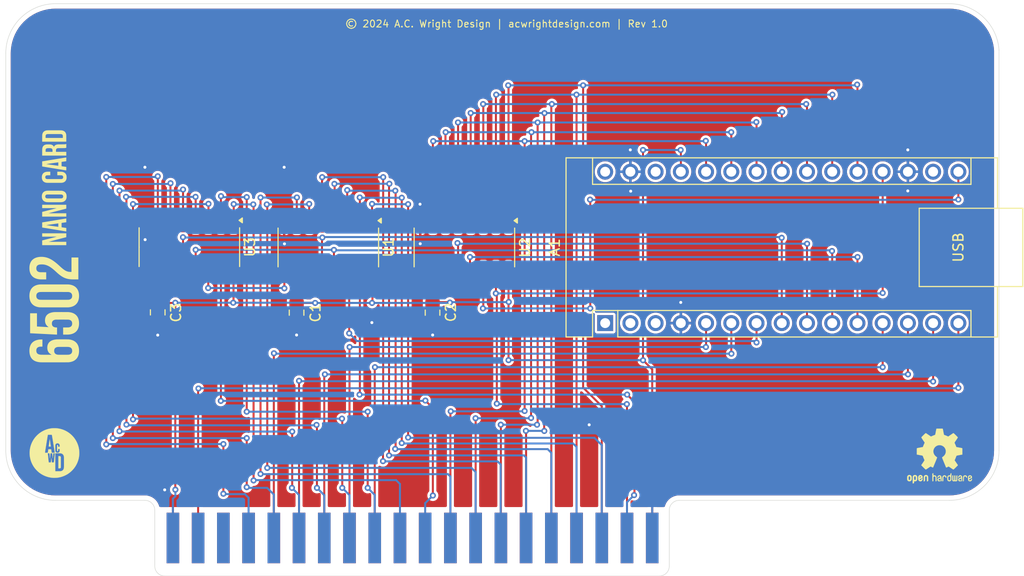
<source format=kicad_pcb>
(kicad_pcb (version 20241229) (generator "pcbnew") (generator_version "9.0")
  (title_block (title "6502 Nano Card") (date "2025-09-29") (rev "1.0") (company "A.C. Wright Design"))
  (layers (0 "F.Cu" signal) (2 "B.Cu" signal) (13 "F.Paste" user) (15 "B.Paste" user) (5 "F.SilkS" user "F.Silkscreen") (7 "B.SilkS" user "B.Silkscreen") (1 "F.Mask" user) (3 "B.Mask" user) (25 "Edge.Cuts" user))
  (net 0 "")
  (net 1 "VCC")
  (net 2 "GND")
  (net 3 "RWB")
  (net 4 "PHI2")
  (net 6 "D5")
  (net 8 "A10")
  (net 9 "A15")
  (net 11 "DOEB")
  (net 12 "ADATA")
  (net 15 "ACLK")
  (net 16 "DCLK")
  (net 17 "A12")
  (net 18 "D7")
  (net 19 "A0")
  (net 20 "RESB")
  (net 21 "D1")
  (net 22 "A14")
  (net 24 "A4")
  (net 26 "D6")
  (net 27 "D4")
  (net 28 "A11")
  (net 30 "A3")
  (net 31 "D0")
  (net 32 "D2")
  (net 33 "A13")
  (net 34 "DDATA")
  (net 35 "D3")
  (net 37 "A1")
  (net 38 "A2")
  (net 39 "BE")
  (net 40 "RDY")
  (net 41 "AOEB")
  (net 43 "SYNC")
  (net 46 "A5")
  (net 47 "A9")
  (net 48 "A7")
  (net 49 "A8")
  (net 50 "A6")
  (net 51 "Net-(U1-QH')")
  (footprint "Package_SO:SOIC-16_3.9x9.9mm_P1.27mm" (layer "F.Cu") (at 109.065 94.885 -90)
    (property "Reference" "U3")
    (property "Value" "74HC595" (hide yes))
  )
  (footprint "Capacitor_SMD:C_0805_2012Metric" (layer "F.Cu") (at 133.55 101.48 -90)
    (property "Reference" "C2")
    (property "Value" "100nF" (hide yes))
  )
  (footprint "Package_SO:SOIC-16_3.9x9.9mm_P1.27mm" (layer "F.Cu") (at 123.055 94.915 -90)
    (property "Reference" "U1")
    (property "Value" "74HC595" (hide yes))
  )
  (footprint "6502 Parts:Arduino Nano" (layer "F.Cu") (at 150.93 102.53 90)
    (property "Reference" "A1")
    (property "Value" "Arduino Nano")
  )
  (footprint "Symbol:OSHW-Logo2_7.3x6mm_SilkScreen" (layer "F.Cu") (at 184.6 115.91)
    (property "Reference" "REF**" (hide yes))
    (property "Value" "OSHW-Logo2_7.3x6mm_SilkScreen" (hide yes))
  )
  (footprint "6502 Logos:6502 Nano Card Logo 5mm" (layer "F.Cu") (at 95.460217 86.494661 90)
    (property "Reference" "G***" (hide yes))
    (property "Value" "LOGO" (hide yes))
  )
  (footprint "Capacitor_SMD:C_0805_2012Metric" (layer "F.Cu") (at 119.86 101.48 -90)
    (property "Reference" "C1")
    (property "Value" "100nF" (hide yes))
  )
  (footprint "6502 Parts:6502 Card Edge" (layer "F.Cu") (at 107.408 126.704)
    (property "Reference" "J1" (hide yes))
    (property "Value" "6502 Card Edge" (hide yes))
  )
  (footprint "Package_SO:SOIC-16_3.9x9.9mm_P1.27mm" (layer "F.Cu") (at 136.755 94.915 -90)
    (property "Reference" "U2")
    (property "Value" "74HC595" (hide yes))
  )
  (footprint "Capacitor_SMD:C_0805_2012Metric" (layer "F.Cu") (at 105.88 101.45 -90)
    (property "Reference" "C3")
    (property "Value" "100nF" (hide yes))
  )
  (footprint "A.C. Wright Logo:A.C. Wright Logo 5mm" (layer "F.Cu") (at 95.4841 115.61)
    (property "Reference" "G***" (hide yes))
    (property "Value" "LOGO" (hide yes))
  )
  (gr_line (start 106.5841 127.9946) (end 156.3841 127.9946) (stroke (width 0.05)) (layer "Edge.Cuts"))
  (gr_arc (start 104.5841 120.3746) (mid 105.291207 120.667493) (end 105.5841 121.3746) (stroke (width 0.05)) (layer "Edge.Cuts"))
  (gr_arc (start 185.5845 70.3746) (mid 189.1061 71.820768) (end 190.5841 75.049169) (stroke (width 0.05)) (layer "Edge.Cuts"))
  (gr_arc (start 157.3841 121.3746) (mid 157.676993 120.667493) (end 158.3841 120.3746) (stroke (width 0.05)) (layer "Edge.Cuts"))
  (gr_arc (start 95.5841 120.3746) (mid 92.048566 118.910134) (end 90.5841 115.3746) (stroke (width 0.05)) (layer "Edge.Cuts"))
  (gr_line (start 95.5841 120.3746) (end 104.5841 120.3746) (stroke (width 0.05)) (layer "Edge.Cuts"))
  (gr_arc (start 190.5841 115.3746) (mid 189.119634 118.910134) (end 185.5841 120.3746) (stroke (width 0.05)) (layer "Edge.Cuts"))
  (gr_line (start 157.3841 126.9946) (end 157.3841 121.3746) (stroke (width 0.05)) (layer "Edge.Cuts"))
  (gr_line (start 90.5841 75.3746) (end 90.5841 115.3746) (stroke (width 0.05)) (layer "Edge.Cuts"))
  (gr_line (start 190.5841 115.3746) (end 190.5841 75.049169) (stroke (width 0.05)) (layer "Edge.Cuts"))
  (gr_line (start 105.5841 121.3746) (end 105.5841 126.9946) (stroke (width 0.05)) (layer "Edge.Cuts"))
  (gr_arc (start 106.5841 127.9946) (mid 105.876993 127.701707) (end 105.5841 126.9946) (stroke (width 0.05)) (layer "Edge.Cuts"))
  (gr_arc (start 90.5841 75.3746) (mid 92.048566 71.839066) (end 95.5841 70.3746) (stroke (width 0.05)) (layer "Edge.Cuts"))
  (gr_line (start 185.5845 70.3746) (end 95.5841 70.3746) (stroke (width 0.05)) (layer "Edge.Cuts"))
  (gr_line (start 158.3841 120.3746) (end 185.5841 120.3746) (stroke (width 0.05)) (layer "Edge.Cuts"))
  (gr_arc (start 157.3841 126.9946) (mid 157.091207 127.701707) (end 156.3841 127.9946) (stroke (width 0.05)) (layer "Edge.Cuts"))
  (gr_text "© 2024 A.C. Wright Design | acwrightdesign.com | Rev 1.0" (at 141 72.4 0) (layer "F.SilkS") (effects (font (size 0.7 0.7) (thickness 0.1))))
  (segment (start 135.295 100.465) (end 135.25 100.42) (width 0.2) (layer "F.Cu") (net 1))
  (segment (start 141.2 100.38) (end 141.2 97.39) (width 0.2) (layer "F.Cu") (net 1))
  (segment (start 105.88 100.5) (end 107.63 100.5) (width 0.2) (layer "F.Cu") (net 1))
  (segment (start 155.668 107.188) (end 155.668 124.164) (width 0.2) (layer "F.Cu") (net 1))
  (segment (start 107.657889 119.3) (end 107.657889 119.087889) (width 0.2) (layer "F.Cu") (net 1))
  (segment (start 141.2 100.42) (end 141.22 100.4) (width 0.2) (layer "F.Cu") (net 1))
  (segment (start 113.51 100.45) (end 113.48 100.48) (width 0.2) (layer "F.Cu") (net 1))
  (segment (start 154.74 106.27) (end 154.75 106.27) (width 0.2) (layer "F.Cu") (net 1))
  (segment (start 154.74 106.27) (end 154.74 85.1) (width 0.2) (layer "F.Cu") (net 1))
  (segment (start 105.88 97.37) (end 105.89 97.36) (width 0.2) (layer "F.Cu") (net 1))
  (segment (start 133.55 100.53) (end 133.55 97.42) (width 0.2) (layer "F.Cu") (net 1))
  (segment (start 127.5 100.46) (end 127.46 100.5) (width 0.2) (layer "F.Cu") (net 1))
  (segment (start 141.2 106.26) (end 141.2 100.42) (width 0.2) (layer "F.Cu") (net 1))
  (segment (start 154.75 106.27) (end 155.668 107.188) (width 0.2) (layer "F.Cu") (net 1))
  (segment (start 133.55 97.42) (end 133.58 97.39) (width 0.2) (layer "F.Cu") (net 1))
  (segment (start 107.65 119.08) (end 107.65 100.48) (width 0.2) (layer "F.Cu") (net 1))
  (segment (start 133.66 100.42) (end 133.55 100.53) (width 0.2) (layer "F.Cu") (net 1))
  (segment (start 107.657889 119.087889) (end 107.65 119.08) (width 0.2) (layer "F.Cu") (net 1))
  (segment (start 119.86 97.41) (end 119.88 97.39) (width 0.2) (layer "F.Cu") (net 1))
  (segment (start 107.63 100.5) (end 107.65 100.48) (width 0.2) (layer "F.Cu") (net 1))
  (segment (start 127.5 97.39) (end 127.5 100.46) (width 0.2) (layer "F.Cu") (net 1))
  (segment (start 158.55 85.12) (end 158.55 87.29) (width 0.2) (layer "F.Cu") (net 1))
  (segment (start 113.51 97.36) (end 113.51 100.45) (width 0.2) (layer "F.Cu") (net 1))
  (segment (start 135.25 100.42) (end 133.66 100.42) (width 0.2) (layer "F.Cu") (net 1))
  (segment (start 105.88 100.5) (end 105.88 97.37) (width 0.2) (layer "F.Cu") (net 1))
  (segment (start 158.53 85.1) (end 158.55 85.12) (width 0.2) (layer "F.Cu") (net 1))
  (segment (start 141.22 100.4) (end 141.2 100.38) (width 0.2) (layer "F.Cu") (net 1))
  (segment (start 121.73 100.5) (end 119.89 100.5) (width 0.2) (layer "F.Cu") (net 1))
  (segment (start 119.89 100.5) (end 119.86 100.53) (width 0.2) (layer "F.Cu") (net 1))
  (segment (start 119.86 100.53) (end 119.86 97.41) (width 0.2) (layer "F.Cu") (net 1))
  (segment (start 121.73 100.5) (end 121.81 100.42) (width 0.2) (layer "F.Cu") (net 1))
  (via (at 135.295 100.465) (size 0.6) (drill 0.3) (layers "F.Cu" "B.Cu") (net 1))
  (via (at 107.657889 119.3) (size 0.6) (drill 0.3) (layers "F.Cu" "B.Cu") (net 1))
  (via (at 113.48 100.48) (size 0.6) (drill 0.3) (layers "F.Cu" "B.Cu") (net 1))
  (via (at 107.65 100.48) (size 0.6) (drill 0.3) (layers "F.Cu" "B.Cu") (net 1))
  (via (at 121.73 100.5) (size 0.6) (drill 0.3) (layers "F.Cu" "B.Cu") (net 1))
  (via (at 141.22 100.4) (size 0.6) (drill 0.3) (layers "F.Cu" "B.Cu") (net 1))
  (via (at 141.2 106.26) (size 0.6) (drill 0.3) (layers "F.Cu" "B.Cu") (net 1))
  (via (at 158.53 85.1) (size 0.6) (drill 0.3) (layers "F.Cu" "B.Cu") (net 1))
  (via (at 154.74 106.27) (size 0.6) (drill 0.3) (layers "F.Cu" "B.Cu") (net 1))
  (via (at 154.74 85.1) (size 0.6) (drill 0.3) (layers "F.Cu" "B.Cu") (net 1))
  (via (at 127.46 100.5) (size 0.6) (drill 0.3) (layers "F.Cu" "B.Cu") (net 1))
  (segment (start 135.295 100.465) (end 135.34 100.42) (width 0.2) (layer "B.Cu") (net 1))
  (segment (start 154.27 106.27) (end 154.74 106.27) (width 0.2) (layer "B.Cu") (net 1))
  (segment (start 154.74 85.1) (end 157.92 85.1) (width 0.2) (layer "B.Cu") (net 1))
  (segment (start 135.34 100.42) (end 141.2 100.42) (width 0.2) (layer "B.Cu") (net 1))
  (segment (start 135.295 100.465) (end 135.26 100.5) (width 0.2) (layer "B.Cu") (net 1))
  (segment (start 135.26 100.5) (end 127.46 100.5) (width 0.2) (layer "B.Cu") (net 1))
  (segment (start 127.46 100.5) (end 121.73 100.5) (width 0.2) (layer "B.Cu") (net 1))
  (segment (start 107.657889 119.960111) (end 107.408 120.21) (width 0.2) (layer "B.Cu") (net 1))
  (segment (start 141.2 106.26) (end 154.26 106.26) (width 0.2) (layer "B.Cu") (net 1))
  (segment (start 121.73 100.5) (end 121.71 100.48) (width 0.2) (layer "B.Cu") (net 1))
  (segment (start 154.26 106.26) (end 154.27 106.27) (width 0.2) (layer "B.Cu") (net 1))
  (segment (start 121.71 100.48) (end 113.48 100.48) (width 0.2) (layer "B.Cu") (net 1))
  (segment (start 107.657889 119.3) (end 107.657889 119.960111) (width 0.2) (layer "B.Cu") (net 1))
  (segment (start 141.2 100.42) (end 141.22 100.4) (width 0.2) (layer "B.Cu") (net 1))
  (segment (start 113.48 100.48) (end 107.65 100.48) (width 0.2) (layer "B.Cu") (net 1))
  (segment (start 107.408 120.21) (end 107.408 124.164) (width 0.2) (layer "B.Cu") (net 1))
  (segment (start 157.92 85.1) (end 158.53 85.1) (width 0.2) (layer "B.Cu") (net 1))
  (segment (start 107.408 124.164) (end 107.408 120.148) (width 0.2) (layer "F.Cu") (net 2))
  (segment (start 107.408 120.148) (end 106.58 119.32) (width 0.2) (layer "F.Cu") (net 2))
  (via (at 149.32 112.77) (size 0.6) (drill 0.3) (layers "F.Cu" "B.Cu") (net 2))
  (via (at 181.4 85.09) (size 0.6) (drill 0.3) (layers "F.Cu" "B.Cu") (net 2))
  (via (at 153.5 89.25) (size 0.6) (drill 0.3) (layers "F.Cu" "B.Cu") (net 2))
  (via (at 132.31 94.54) (size 0.6) (drill 0.3) (layers "F.Cu" "B.Cu") (net 2))
  (via (at 118.61 86.84) (size 0.6) (drill 0.3) (layers "F.Cu" "B.Cu") (net 2))
  (via (at 132.29 90.56) (size 0.6) (drill 0.3) (layers "F.Cu" "B.Cu") (net 2))
  (via (at 104.61 94.13) (size 0.6) (drill 0.3) (layers "F.Cu" "B.Cu") (net 2))
  (via (at 127.44 102.48) (size 0.6) (drill 0.3) (layers "F.Cu" "B.Cu") (net 2))
  (via (at 106.58 119.32) (size 0.6) (drill 0.3) (layers "F.Cu" "B.Cu") (net 2))
  (via (at 104.59 86.84) (size 0.6) (drill 0.3) (layers "F.Cu" "B.Cu") (net 2))
  (via (at 119.86 103.73) (size 0.6) (drill 0.3) (layers "F.Cu" "B.Cu") (net 2))
  (via (at 105.88 103.74) (size 0.6) (drill 0.3) (layers "F.Cu" "B.Cu") (net 2))
  (via (at 118.64 94.55) (size 0.6) (drill 0.3) (layers "F.Cu" "B.Cu") (net 2))
  (via (at 153.46 85.09) (size 0.6) (drill 0.3) (layers "F.Cu" "B.Cu") (net 2))
  (via (at 158.54 100.45) (size 0.6) (drill 0.3) (layers "F.Cu" "B.Cu") (net 2))
  (via (at 181.4 89.22) (size 0.6) (drill 0.3) (layers "F.Cu" "B.Cu") (net 2))
  (via (at 133.56 103.73) (size 0.6) (drill 0.3) (layers "F.Cu" "B.Cu") (net 2))
  (segment (start 155.668 124.164) (end 155.668 119.792) (width 0.2) (layer "B.Cu") (net 2))
  (segment (start 155.668 119.792) (end 155.68 119.78) (width 0.2) (layer "B.Cu") (net 2))
  (segment (start 181.41 102.53) (end 181.41 107.68) (width 0.2) (layer "F.Cu") (net 3))
  (segment (start 181.41 107.68) (end 181.42 107.69) (width 0.2) (layer "F.Cu") (net 3))
  (segment (start 122.648 107.752) (end 122.648 124.164) (width 0.2) (layer "F.Cu") (net 3))
  (segment (start 122.71 107.69) (end 122.648 107.752) (width 0.2) (layer "F.Cu") (net 3))
  (via (at 122.71 107.69) (size 0.6) (drill 0.3) (layers "F.Cu" "B.Cu") (net 3))
  (via (at 181.42 107.69) (size 0.6) (drill 0.3) (layers "F.Cu" "B.Cu") (net 3))
  (segment (start 181.42 107.69) (end 122.71 107.69) (width 0.2) (layer "B.Cu") (net 3))
  (segment (start 127.75 107.19) (end 127.728 107.212) (width 0.2) (layer "F.Cu") (net 4))
  (segment (start 178.87 102.53) (end 178.87 106.97) (width 0.2) (layer "F.Cu") (net 4))
  (segment (start 127.728 107.212) (end 127.728 124.164) (width 0.2) (layer "F.Cu") (net 4))
  (segment (start 127.75 106.97) (end 127.75 107.19) (width 0.2) (layer "F.Cu") (net 4))
  (via (at 178.87 106.97) (size 0.6) (drill 0.3) (layers "F.Cu" "B.Cu") (net 4))
  (via (at 127.75 106.97) (size 0.6) (drill 0.3) (layers "F.Cu" "B.Cu") (net 4))
  (segment (start 178.87 106.97) (end 127.75 106.97) (width 0.2) (layer "B.Cu") (net 4))
  (segment (start 140.428 112.768) (end 140.42 112.76) (width 0.2) (layer "F.Cu") (net 6))
  (segment (start 140.428 124.164) (end 140.428 112.768) (width 0.2) (layer "F.Cu") (net 6))
  (segment (start 166.17 82.31) (end 166.17 87.29) (width 0.2) (layer "F.Cu") (net 6))
  (segment (start 144.07 112.76) (end 144.13 112.7) (width 0.2) (layer "F.Cu") (net 6))
  (segment (start 166.15 82.29) (end 166.17 82.31) (width 0.2) (layer "F.Cu") (net 6))
  (segment (start 144.13 112.7) (end 144.13 82.33) (width 0.2) (layer "F.Cu") (net 6))
  (segment (start 136.12 92.44) (end 136.12 82.34) (width 0.2) (layer "F.Cu") (net 6))
  (segment (start 136.12 82.34) (end 136.11 82.33) (width 0.2) (layer "F.Cu") (net 6))
  (via (at 140.42 112.76) (size 0.6) (drill 0.3) (layers "F.Cu" "B.Cu") (net 6))
  (via (at 144.13 82.33) (size 0.6) (drill 0.3) (layers "F.Cu" "B.Cu") (net 6))
  (via (at 144.07 112.76) (size 0.6) (drill 0.3) (layers "F.Cu" "B.Cu") (net 6))
  (via (at 136.11 82.33) (size 0.6) (drill 0.3) (layers "F.Cu" "B.Cu") (net 6))
  (via (at 166.15 82.29) (size 0.6) (drill 0.3) (layers "F.Cu" "B.Cu") (net 6))
  (segment (start 140.42 112.76) (end 144.07 112.76) (width 0.2) (layer "B.Cu") (net 6))
  (segment (start 166.11 82.33) (end 166.15 82.29) (width 0.2) (layer "B.Cu") (net 6))
  (segment (start 144.13 82.33) (end 166.11 82.33) (width 0.2) (layer "B.Cu") (net 6))
  (segment (start 136.11 82.33) (end 144.13 82.33) (width 0.2) (layer "B.Cu") (net 6))
  (segment (start 112.25 89.75) (end 112.24 89.76) (width 0.2) (layer "F.Cu") (net 8))
  (segment (start 127.02 119.12) (end 127.02 111.45) (width 0.2) (layer "F.Cu") (net 8))
  (segment (start 112.24 89.76) (end 112.24 92.41) (width 0.2) (layer "F.Cu") (net 8))
  (segment (start 114.84 111.45) (end 114.84 89.85) (width 0.2) (layer "F.Cu") (net 8))
  (via (at 127.02 111.45) (size 0.6) (drill 0.3) (layers "F.Cu" "B.Cu") (net 8))
  (via (at 127.02 119.12) (size 0.6) (drill 0.3) (layers "F.Cu" "B.Cu") (net 8))
  (via (at 112.25 89.75) (size 0.6) (drill 0.3) (layers "F.Cu" "B.Cu") (net 8))
  (via (at 114.84 111.45) (size 0.6) (drill 0.3) (layers "F.Cu" "B.Cu") (net 8))
  (via (at 114.84 89.85) (size 0.6) (drill 0.3) (layers "F.Cu" "B.Cu") (net 8))
  (segment (start 114.84 89.85) (end 112.35 89.85) (width 0.2) (layer "B.Cu") (net 8))
  (segment (start 127.02 111.45) (end 114.84 111.45) (width 0.2) (layer "B.Cu") (net 8))
  (segment (start 112.35 89.85) (end 112.25 89.75) (width 0.2) (layer "B.Cu") (net 8))
  (segment (start 127.728 119.828) (end 127.02 119.12) (width 0.2) (layer "B.Cu") (net 8))
  (segment (start 127.728 124.164) (end 127.728 119.828) (width 0.2) (layer "B.Cu") (net 8))
  (segment (start 105.88 87.75) (end 105.89 87.76) (width 0.2) (layer "F.Cu") (net 9))
  (segment (start 112.49 119.71) (end 112.49 114.71) (width 0.2) (layer "F.Cu") (net 9))
  (segment (start 105.89 87.76) (end 105.89 92.41) (width 0.2) (layer "F.Cu") (net 9))
  (segment (start 100.7 114.74) (end 100.7 87.82) (width 0.2) (layer "F.Cu") (net 9))
  (via (at 112.49 119.71) (size 0.6) (drill 0.3) (layers "F.Cu" "B.Cu") (net 9))
  (via (at 112.49 114.71) (size 0.6) (drill 0.3) (layers "F.Cu" "B.Cu") (net 9))
  (via (at 105.88 87.75) (size 0.6) (drill 0.3) (layers "F.Cu" "B.Cu") (net 9))
  (via (at 100.7 114.74) (size 0.6) (drill 0.3) (layers "F.Cu" "B.Cu") (net 9))
  (via (at 100.7 87.82) (size 0.6) (drill 0.3) (layers "F.Cu" "B.Cu") (net 9))
  (segment (start 105.81 87.82) (end 105.88 87.75) (width 0.2) (layer "B.Cu") (net 9))
  (segment (start 115.028 120.118) (end 114.66 119.75) (width 0.2) (layer "B.Cu") (net 9))
  (segment (start 114.66 119.75) (end 112.53 119.75) (width 0.2) (layer "B.Cu") (net 9))
  (segment (start 112.53 119.75) (end 112.49 119.71) (width 0.2) (layer "B.Cu") (net 9))
  (segment (start 112.49 114.71) (end 100.73 114.71) (width 0.2) (layer "B.Cu") (net 9))
  (segment (start 115.028 124.164) (end 115.028 120.118) (width 0.2) (layer "B.Cu") (net 9))
  (segment (start 100.7 87.82) (end 105.81 87.82) (width 0.2) (layer "B.Cu") (net 9))
  (segment (start 100.73 114.71) (end 100.7 114.74) (width 0.2) (layer "B.Cu") (net 9))
  (segment (start 137.32 95.88) (end 137.32 97.32) (width 0.2) (layer "F.Cu") (net 11))
  (segment (start 176.33 95.89) (end 176.34 95.88) (width 0.2) (layer "F.Cu") (net 11))
  (segment (start 176.33 102.53) (end 176.33 95.89) (width 0.2) (layer "F.Cu") (net 11))
  (segment (start 137.32 97.32) (end 137.39 97.39) (width 0.2) (layer "F.Cu") (net 11))
  (via (at 176.34 95.88) (size 0.6) (drill 0.3) (layers "F.Cu" "B.Cu") (net 11))
  (via (at 137.32 95.88) (size 0.6) (drill 0.3) (layers "F.Cu" "B.Cu") (net 11))
  (segment (start 176.34 95.88) (end 137.32 95.88) (width 0.2) (layer "B.Cu") (net 11))
  (segment (start 166.17 102.53) (end 166.17 104.48) (width 0.2) (layer "F.Cu") (net 12))
  (segment (start 125.16 99.42) (end 124.96 99.22) (width 0.2) (layer "F.Cu") (net 12))
  (segment (start 124.96 99.22) (end 124.96 97.39) (width 0.2) (layer "F.Cu") (net 12))
  (segment (start 125.16 103.56) (end 125.16 99.42) (width 0.2) (layer "F.Cu") (net 12))
  (via (at 166.17 104.48) (size 0.6) (drill 0.3) (layers "F.Cu" "B.Cu") (net 12))
  (via (at 125.16 103.56) (size 0.6) (drill 0.3) (layers "F.Cu" "B.Cu") (net 12))
  (segment (start 166.17 104.48) (end 166.029 104.339) (width 0.2) (layer "B.Cu") (net 12))
  (segment (start 166.029 104.339) (end 125.939 104.339) (width 0.2) (layer "B.Cu") (net 12))
  (segment (start 125.939 104.339) (end 125.16 103.56) (width 0.2) (layer "B.Cu") (net 12))
  (segment (start 108.43 97.36) (end 107.16 97.36) (width 0.2) (layer "F.Cu") (net 15))
  (segment (start 122.455193 93.915) (end 122.42 93.950193) (width 0.2) (layer "F.Cu") (net 15))
  (segment (start 168.71 93.95) (end 168.7 93.94) (width 0.2) (layer "F.Cu") (net 15))
  (segment (start 108.42 93.885) (end 108.43 93.895) (width 0.2) (layer "F.Cu") (net 15))
  (segment (start 168.71 102.53) (end 168.71 93.95) (width 0.2) (layer "F.Cu") (net 15))
  (segment (start 122.42 93.950193) (end 122.42 97.39) (width 0.2) (layer "F.Cu") (net 15))
  (segment (start 108.43 93.895) (end 108.43 97.36) (width 0.2) (layer "F.Cu") (net 15))
  (segment (start 122.42 97.39) (end 121.15 97.39) (width 0.2) (layer "F.Cu") (net 15))
  (via (at 168.7 93.94) (size 0.6) (drill 0.3) (layers "F.Cu" "B.Cu") (net 15))
  (via (at 108.42 93.885) (size 0.6) (drill 0.3) (layers "F.Cu" "B.Cu") (net 15))
  (via (at 122.455193 93.915) (size 0.6) (drill 0.3) (layers "F.Cu" "B.Cu") (net 15))
  (segment (start 168.629 93.869) (end 122.501193 93.869) (width 0.2) (layer "B.Cu") (net 15))
  (segment (start 122.455193 93.915) (end 108.45 93.915) (width 0.2) (layer "B.Cu") (net 15))
  (segment (start 122.501193 93.869) (end 122.455193 93.915) (width 0.2) (layer "B.Cu") (net 15))
  (segment (start 168.7 93.94) (end 168.629 93.869) (width 0.2) (layer "B.Cu") (net 15))
  (segment (start 108.45 93.915) (end 108.42 93.885) (width 0.2) (layer "B.Cu") (net 15))
  (segment (start 171.25 102.53) (end 171.25 94.55) (width 0.2) (layer "F.Cu") (net 16))
  (segment (start 136.12 97.39) (end 134.85 97.39) (width 0.2) (layer "F.Cu") (net 16))
  (segment (start 136.06 94.47) (end 136.12 94.53) (width 0.2) (layer "F.Cu") (net 16))
  (segment (start 171.25 94.55) (end 171.26 94.54) (width 0.2) (layer "F.Cu") (net 16))
  (segment (start 136.12 94.53) (end 136.12 97.39) (width 0.2) (layer "F.Cu") (net 16))
  (via (at 171.26 94.54) (size 0.6) (drill 0.3) (layers "F.Cu" "B.Cu") (net 16))
  (via (at 136.06 94.47) (size 0.6) (drill 0.3) (layers "F.Cu" "B.Cu") (net 16))
  (segment (start 171.26 94.54) (end 136.13 94.54) (width 0.2) (layer "B.Cu") (net 16))
  (segment (start 136.13 94.54) (end 136.06 94.47) (width 0.2) (layer "B.Cu") (net 16))
  (segment (start 102.73 112.75) (end 102.73 89.86) (width 0.2) (layer "F.Cu") (net 17))
  (segment (start 121.91 112.82) (end 121.87 112.78) (width 0.2) (layer "F.Cu") (net 17))
  (segment (start 109.7 89.83) (end 109.7 92.41) (width 0.2) (layer "F.Cu") (net 17))
  (segment (start 121.91 119.12) (end 121.91 112.82) (width 0.2) (layer "F.Cu") (net 17))
  (segment (start 109.69 89.82) (end 109.7 89.83) (width 0.2) (layer "F.Cu") (net 17))
  (segment (start 102.73 89.86) (end 102.69 89.82) (width 0.2) (layer "F.Cu") (net 17))
  (via (at 121.87 112.78) (size 0.6) (drill 0.3) (layers "F.Cu" "B.Cu") (net 17))
  (via (at 109.69 89.82) (size 0.6) (drill 0.3) (layers "F.Cu" "B.Cu") (net 17))
  (via (at 102.73 112.75) (size 0.6) (drill 0.3) (layers "F.Cu" "B.Cu") (net 17))
  (via (at 121.91 119.12) (size 0.6) (drill 0.3) (layers "F.Cu" "B.Cu") (net 17))
  (via (at 102.69 89.82) (size 0.6) (drill 0.3) (layers "F.Cu" "B.Cu") (net 17))
  (segment (start 121.87 112.78) (end 121.829 112.821) (width 0.2) (layer "B.Cu") (net 17))
  (segment (start 109.8 89.82) (end 109.69 89.82) (width 0.2) (layer "B.Cu") (net 17))
  (segment (start 122.648 119.858) (end 121.91 119.12) (width 0.2) (layer "B.Cu") (net 17))
  (segment (start 102.69 89.82) (end 109.8 89.82) (width 0.2) (layer "B.Cu") (net 17))
  (segment (start 121.829 112.821) (end 102.801 112.821) (width 0.2) (layer "B.Cu") (net 17))
  (segment (start 122.648 124.164) (end 122.648 119.858) (width 0.2) (layer "B.Cu") (net 17))
  (segment (start 102.801 112.821) (end 102.73 112.75) (width 0.2) (layer "B.Cu") (net 17))
  (segment (start 135.348 124.164) (end 135.348 111.442) (width 0.2) (layer "F.Cu") (net 18))
  (segment (start 161.09 84.21) (end 161.09 87.29) (width 0.2) (layer "F.Cu") (net 18))
  (segment (start 133.58 92.44) (end 133.58 84.25) (width 0.2) (layer "F.Cu") (net 18))
  (segment (start 135.348 111.442) (end 135.38 111.41) (width 0.2) (layer "F.Cu") (net 18))
  (segment (start 133.58 84.25) (end 133.62 84.21) (width 0.2) (layer "F.Cu") (net 18))
  (segment (start 142.82 111.38) (end 142.82 84.21) (width 0.2) (layer "F.Cu") (net 18))
  (segment (start 161.06 84.18) (end 161.09 84.21) (width 0.2) (layer "F.Cu") (net 18))
  (via (at 133.62 84.21) (size 0.6) (drill 0.3) (layers "F.Cu" "B.Cu") (net 18))
  (via (at 142.82 84.21) (size 0.6) (drill 0.3) (layers "F.Cu" "B.Cu") (net 18))
  (via (at 142.82 111.38) (size 0.6) (drill 0.3) (layers "F.Cu" "B.Cu") (net 18))
  (via (at 161.06 84.18) (size 0.6) (drill 0.3) (layers "F.Cu" "B.Cu") (net 18))
  (via (at 135.38 111.41) (size 0.6) (drill 0.3) (layers "F.Cu" "B.Cu") (net 18))
  (segment (start 135.38 111.41) (end 142.79 111.41) (width 0.2) (layer "B.Cu") (net 18))
  (segment (start 133.62 84.21) (end 142.82 84.21) (width 0.2) (layer "B.Cu") (net 18))
  (segment (start 142.79 111.41) (end 142.82 111.38) (width 0.2) (layer "B.Cu") (net 18))
  (segment (start 161.03 84.21) (end 161.06 84.18) (width 0.2) (layer "B.Cu") (net 18))
  (segment (start 142.82 84.21) (end 161.03 84.21) (width 0.2) (layer "B.Cu") (net 18))
  (segment (start 126.23 109.7) (end 126.2 109.73) (width 0.2) (layer "F.Cu") (net 19))
  (segment (start 153.88 119.81) (end 153.84 119.85) (width 0.2) (layer "F.Cu") (net 19))
  (segment (start 126.23 97.39) (end 126.23 109.7) (width 0.2) (layer "F.Cu") (net 19))
  (segment (start 153.88 110.47) (end 153.88 119.81) (width 0.2) (layer "F.Cu") (net 19))
  (segment (start 153.14 109.73) (end 153.88 110.47) (width 0.2) (layer "F.Cu") (net 19))
  (via (at 153.14 109.73) (size 0.6) (drill 0.3) (layers "F.Cu" "B.Cu") (net 19))
  (via (at 126.2 109.73) (size 0.6) (drill 0.3) (layers "F.Cu" "B.Cu") (net 19))
  (via (at 153.84 119.85) (size 0.6) (drill 0.3) (layers "F.Cu" "B.Cu") (net 19))
  (segment (start 153.128 120.562) (end 153.128 124.164) (width 0.2) (layer "B.Cu") (net 19))
  (segment (start 126.2 109.73) (end 153.14 109.73) (width 0.2) (layer "B.Cu") (net 19))
  (segment (start 153.84 119.85) (end 153.128 120.562) (width 0.2) (layer "B.Cu") (net 19))
  (segment (start 109.98 109.11) (end 109.948 109.142) (width 0.2) (layer "F.Cu") (net 20))
  (segment (start 109.948 109.142) (end 109.948 124.164) (width 0.2) (layer "F.Cu") (net 20))
  (segment (start 186.49 109.05) (end 186.49 102.53) (width 0.2) (layer "F.Cu") (net 20))
  (via (at 186.49 109.05) (size 0.6) (drill 0.3) (layers "F.Cu" "B.Cu") (net 20))
  (via (at 109.98 109.11) (size 0.6) (drill 0.3) (layers "F.Cu" "B.Cu") (net 20))
  (segment (start 186.49 109.05) (end 186.48 109.05) (width 0.2) (layer "B.Cu") (net 20))
  (segment (start 186.44 109.09) (end 110 109.09) (width 0.2) (layer "B.Cu") (net 20))
  (segment (start 186.48 109.05) (end 186.44 109.09) (width 0.2) (layer "B.Cu") (net 20))
  (segment (start 110 109.09) (end 109.98 109.11) (width 0.2) (layer "B.Cu") (net 20))
  (segment (start 141.2 92.44) (end 141.2 78.62) (width 0.2) (layer "F.Cu") (net 21))
  (segment (start 150.588 110.898) (end 148.71 109.02) (width 0.2) (layer "F.Cu") (net 21))
  (segment (start 141.2 78.62) (end 141.17 78.59) (width 0.2) (layer "F.Cu") (net 21))
  (segment (start 176.33 78.55) (end 176.33 87.29) (width 0.2) (layer "F.Cu") (net 21))
  (segment (start 150.588 124.164) (end 150.588 110.898) (width 0.2) (layer "F.Cu") (net 21))
  (segment (start 176.3 78.52) (end 176.33 78.55) (width 0.2) (layer "F.Cu") (net 21))
  (segment (start 148.71 109.02) (end 148.71 78.59) (width 0.2) (layer "F.Cu") (net 21))
  (via (at 141.17 78.59) (size 0.6) (drill 0.3) (layers "F.Cu" "B.Cu") (net 21))
  (via (at 148.71 78.59) (size 0.6) (drill 0.3) (layers "F.Cu" "B.Cu") (net 21))
  (via (at 176.3 78.52) (size 0.6) (drill 0.3) (layers "F.Cu" "B.Cu") (net 21))
  (segment (start 176.23 78.59) (end 176.3 78.52) (width 0.2) (layer "B.Cu") (net 21))
  (segment (start 148.71 78.59) (end 176.23 78.59) (width 0.2) (layer "B.Cu") (net 21))
  (segment (start 141.17 78.59) (end 148.71 78.59) (width 0.2) (layer "B.Cu") (net 21))
  (segment (start 101.36 114.11) (end 101.36 88.52) (width 0.2) (layer "F.Cu") (net 22))
  (segment (start 114.84 119.05) (end 114.84 114.11) (width 0.2) (layer "F.Cu") (net 22))
  (segment (start 107.16 88.46) (end 107.16 92.41) (width 0.2) (layer "F.Cu") (net 22))
  (segment (start 107.17 88.45) (end 107.16 88.46) (width 0.2) (layer "F.Cu") (net 22))
  (via (at 114.84 119.05) (size 0.6) (drill 0.3) (layers "F.Cu" "B.Cu") (net 22))
  (via (at 101.36 88.52) (size 0.6) (drill 0.3) (layers "F.Cu" "B.Cu") (net 22))
  (via (at 114.84 114.11) (size 0.6) (drill 0.3) (layers "F.Cu" "B.Cu") (net 22))
  (via (at 107.17 88.45) (size 0.6) (drill 0.3) (layers "F.Cu" "B.Cu") (net 22))
  (via (at 101.36 114.11) (size 0.6) (drill 0.3) (layers "F.Cu" "B.Cu") (net 22))
  (segment (start 117.568 124.164) (end 117.568 119.788) (width 0.2) (layer "B.Cu") (net 22))
  (segment (start 116.9 119.12) (end 114.91 119.12) (width 0.2) (layer "B.Cu") (net 22))
  (segment (start 101.36 88.52) (end 107.1 88.52) (width 0.2) (layer "B.Cu") (net 22))
  (segment (start 117.568 119.788) (end 116.9 119.12) (width 0.2) (layer "B.Cu") (net 22))
  (segment (start 114.91 119.12) (end 114.84 119.05) (width 0.2) (layer "B.Cu") (net 22))
  (segment (start 107.1 88.52) (end 107.17 88.45) (width 0.2) (layer "B.Cu") (net 22))
  (segment (start 114.84 114.11) (end 101.36 114.11) (width 0.2) (layer "B.Cu") (net 22))
  (segment (start 129.17 115.85) (end 129.17 88.53) (width 0.2) (layer "F.Cu") (net 24))
  (segment (start 123.67 88.51) (end 123.69 88.53) (width 0.2) (layer "F.Cu") (net 24))
  (segment (start 123.69 88.53) (end 123.69 92.44) (width 0.2) (layer "F.Cu") (net 24))
  (segment (start 129.17 88.53) (end 129.2 88.5) (width 0.2) (layer "F.Cu") (net 24))
  (via (at 123.67 88.51) (size 0.6) (drill 0.3) (layers "F.Cu" "B.Cu") (net 24))
  (via (at 129.17 115.85) (size 0.6) (drill 0.3) (layers "F.Cu" "B.Cu") (net 24))
  (via (at 129.2 88.5) (size 0.6) (drill 0.3) (layers "F.Cu" "B.Cu") (net 24))
  (segment (start 129.2 88.5) (end 123.68 88.5) (width 0.2) (layer "B.Cu") (net 24))
  (segment (start 123.68 88.5) (end 123.67 88.51) (width 0.2) (layer "B.Cu") (net 24))
  (segment (start 142.968 116.058) (end 142.76 115.85) (width 0.2) (layer "B.Cu") (net 24))
  (segment (start 142.968 124.164) (end 142.968 116.058) (width 0.2) (layer "B.Cu") (net 24))
  (segment (start 142.76 115.85) (end 129.17 115.85) (width 0.2) (layer "B.Cu") (net 24))
  (segment (start 163.62 83.31) (end 163.62 83.61) (width 0.2) (layer "F.Cu") (net 26))
  (segment (start 163.63 83.62) (end 163.63 87.29) (width 0.2) (layer "F.Cu") (net 26))
  (segment (start 134.85 92.44) (end 134.85 83.33) (width 0.2) (layer "F.Cu") (net 26))
  (segment (start 143.47 112.08) (end 143.47 83.35) (width 0.2) (layer "F.Cu") (net 26))
  (segment (start 134.85 83.33) (end 134.87 83.31) (width 0.2) (layer "F.Cu") (net 26))
  (segment (start 163.62 83.61) (end 163.63 83.62) (width 0.2) (layer "F.Cu") (net 26))
  (segment (start 143.47 83.35) (end 143.51 83.31) (width 0.2) (layer "F.Cu") (net 26))
  (segment (start 137.888 112.118) (end 137.88 112.11) (width 0.2) (layer "F.Cu") (net 26))
  (segment (start 137.888 124.164) (end 137.888 112.118) (width 0.2) (layer "F.Cu") (net 26))
  (via (at 143.47 112.08) (size 0.6) (drill 0.3) (layers "F.Cu" "B.Cu") (net 26))
  (via (at 143.51 83.31) (size 0.6) (drill 0.3) (layers "F.Cu" "B.Cu") (net 26))
  (via (at 137.88 112.11) (size 0.6) (drill 0.3) (layers "F.Cu" "B.Cu") (net 26))
  (via (at 134.87 83.31) (size 0.6) (drill 0.3) (layers "F.Cu" "B.Cu") (net 26))
  (via (at 163.62 83.31) (size 0.6) (drill 0.3) (layers "F.Cu" "B.Cu") (net 26))
  (segment (start 143.51 83.31) (end 163.62 83.31) (width 0.2) (layer "B.Cu") (net 26))
  (segment (start 134.87 83.31) (end 143.51 83.31) (width 0.2) (layer "B.Cu") (net 26))
  (segment (start 137.88 112.11) (end 143.44 112.11) (width 0.2) (layer "B.Cu") (net 26))
  (segment (start 143.44 112.11) (end 143.47 112.08) (width 0.2) (layer "B.Cu") (net 26))
  (segment (start 168.75 81.27) (end 168.71 81.31) (width 0.2) (layer "F.Cu") (net 27))
  (segment (start 144.79 81.42) (end 144.82 81.39) (width 0.2) (layer "F.Cu") (net 27))
  (segment (start 144.8 113.39) (end 144.8 113.26) (width 0.2) (layer "F.Cu") (net 27))
  (segment (start 144.8 113.26) (end 144.79 113.25) (width 0.2) (layer "F.Cu") (net 27))
  (segment (start 168.71 81.31) (end 168.71 87.29) (width 0.2) (layer "F.Cu") (net 27))
  (segment (start 137.39 92.44) (end 137.39 81.38) (width 0.2) (layer "F.Cu") (net 27))
  (segment (start 142.968 124.164) (end 142.968 113.398) (width 0.2) (layer "F.Cu") (net 27))
  (segment (start 142.968 113.398) (end 142.95 113.38) (width 0.2) (layer "F.Cu") (net 27))
  (segment (start 144.79 113.25) (end 144.79 81.42) (width 0.2) (layer "F.Cu") (net 27))
  (via (at 168.75 81.27) (size 0.6) (drill 0.3) (layers "F.Cu" "B.Cu") (net 27))
  (via (at 144.82 81.39) (size 0.6) (drill 0.3) (layers "F.Cu" "B.Cu") (net 27))
  (via (at 144.8 113.39) (size 0.6) (drill 0.3) (layers "F.Cu" "B.Cu") (net 27))
  (via (at 137.39 81.38) (size 0.6) (drill 0.3) (layers "F.Cu" "B.Cu") (net 27))
  (via (at 142.95 113.38) (size 0.6) (drill 0.3) (layers "F.Cu" "B.Cu") (net 27))
  (segment (start 144.8 113.39) (end 144.67 113.39) (width 0.2) (layer "B.Cu") (net 27))
  (segment (start 144.82 81.39) (end 144.83 81.38) (width 0.2) (layer "B.Cu") (net 27))
  (segment (start 144.67 113.39) (end 144.66 113.38) (width 0.2) (layer "B.Cu") (net 27))
  (segment (start 144.81 81.38) (end 137.39 81.38) (width 0.2) (layer "B.Cu") (net 27))
  (segment (start 144.82 81.39) (end 144.81 81.38) (width 0.2) (layer "B.Cu") (net 27))
  (segment (start 144.83 81.38) (end 168.64 81.38) (width 0.2) (layer "B.Cu") (net 27))
  (segment (start 144.66 113.38) (end 142.95 113.38) (width 0.2) (layer "B.Cu") (net 27))
  (segment (start 168.64 81.38) (end 168.75 81.27) (width 0.2) (layer "B.Cu") (net 27))
  (segment (start 103.39 112.22) (end 103.39 90.55) (width 0.2) (layer "F.Cu") (net 28))
  (segment (start 110.99 92.39) (end 110.97 92.41) (width 0.2) (layer "F.Cu") (net 28))
  (segment (start 110.99 90.52) (end 110.99 92.39) (width 0.2) (layer "F.Cu") (net 28))
  (segment (start 124.46 112.18) (end 124.43 112.15) (width 0.2) (layer "F.Cu") (net 28))
  (segment (start 124.46 119.12) (end 124.46 112.18) (width 0.2) (layer "F.Cu") (net 28))
  (via (at 103.39 90.55) (size 0.6) (drill 0.3) (layers "F.Cu" "B.Cu") (net 28))
  (via (at 110.99 90.52) (size 0.6) (drill 0.3) (layers "F.Cu" "B.Cu") (net 28))
  (via (at 124.46 119.12) (size 0.6) (drill 0.3) (layers "F.Cu" "B.Cu") (net 28))
  (via (at 103.39 112.22) (size 0.6) (drill 0.3) (layers "F.Cu" "B.Cu") (net 28))
  (via (at 124.43 112.15) (size 0.6) (drill 0.3) (layers "F.Cu" "B.Cu") (net 28))
  (segment (start 103.39 90.55) (end 110.96 90.55) (width 0.2) (layer "B.Cu") (net 28))
  (segment (start 125.188 119.848) (end 124.46 119.12) (width 0.2) (layer "B.Cu") (net 28))
  (segment (start 110.96 90.55) (end 110.99 90.52) (width 0.2) (layer "B.Cu") (net 28))
  (segment (start 124.43 112.15) (end 103.46 112.15) (width 0.2) (layer "B.Cu") (net 28))
  (segment (start 103.46 112.15) (end 103.39 112.22) (width 0.2) (layer "B.Cu") (net 28))
  (segment (start 125.188 124.164) (end 125.188 119.848) (width 0.2) (layer "B.Cu") (net 28))
  (segment (start 129.79 115.2) (end 129.83 115.16) (width 0.2) (layer "F.Cu") (net 30))
  (segment (start 129.83 89.23) (end 129.8 89.2) (width 0.2) (layer "F.Cu") (net 30))
  (segment (start 129.83 115.16) (end 129.83 89.23) (width 0.2) (layer "F.Cu") (net 30))
  (segment (start 124.96 89.14) (end 124.96 92.44) (width 0.2) (layer "F.Cu") (net 30))
  (via (at 129.79 115.2) (size 0.6) (drill 0.3) (layers "F.Cu" "B.Cu") (net 30))
  (via (at 124.96 89.14) (size 0.6) (drill 0.3) (layers "F.Cu" "B.Cu") (net 30))
  (via (at 129.8 89.2) (size 0.6) (drill 0.3) (layers "F.Cu" "B.Cu") (net 30))
  (segment (start 129.9 115.2) (end 129.92 115.22) (width 0.2) (layer "B.Cu") (net 30))
  (segment (start 129.92 115.22) (end 145.14 115.22) (width 0.2) (layer "B.Cu") (net 30))
  (segment (start 145.14 115.22) (end 145.508 115.588) (width 0.2) (layer "B.Cu") (net 30))
  (segment (start 129.8 89.2) (end 125.02 89.2) (width 0.2) (layer "B.Cu") (net 30))
  (segment (start 125.02 89.2) (end 124.96 89.14) (width 0.2) (layer "B.Cu") (net 30))
  (segment (start 129.79 115.2) (end 129.9 115.2) (width 0.2) (layer "B.Cu") (net 30))
  (segment (start 145.508 115.588) (end 145.508 124.164) (width 0.2) (layer "B.Cu") (net 30))
  (segment (start 140.02 99.64) (end 139.92 99.54) (width 0.2) (layer "F.Cu") (net 31))
  (segment (start 139.93 97.39) (end 139.93 99.53) (width 0.2) (layer "F.Cu") (net 31))
  (segment (start 153.128 110.708) (end 153.11 110.69) (width 0.2) (layer "F.Cu") (net 31))
  (segment (start 153.128 124.164) (end 153.128 110.708) (width 0.2) (layer "F.Cu") (net 31))
  (segment (start 140.02 110.64) (end 140.02 99.64) (width 0.2) (layer "F.Cu") (net 31))
  (segment (start 139.93 99.53) (end 139.92 99.54) (width 0.2) (layer "F.Cu") (net 31))
  (segment (start 178.87 99.5) (end 178.87 87.29) (width 0.2) (layer "F.Cu") (net 31))
  (via (at 139.92 99.54) (size 0.6) (drill 0.3) (layers "F.Cu" "B.Cu") (net 31))
  (via (at 178.87 99.5) (size 0.6) (drill 0.3) (layers "F.Cu" "B.Cu") (net 31))
  (via (at 153.11 110.69) (size 0.6) (drill 0.3) (layers "F.Cu" "B.Cu") (net 31))
  (via (at 140.02 110.64) (size 0.6) (drill 0.3) (layers "F.Cu" "B.Cu") (net 31))
  (segment (start 139.92 99.54) (end 178.83 99.54) (width 0.2) (layer "B.Cu") (net 31))
  (segment (start 153.11 110.69) (end 140.07 110.69) (width 0.2) (layer "B.Cu") (net 31))
  (segment (start 178.83 99.54) (end 178.87 99.5) (width 0.2) (layer "B.Cu") (net 31))
  (segment (start 140.07 110.69) (end 140.02 110.64) (width 0.2) (layer "B.Cu") (net 31))
  (segment (start 139.93 79.56) (end 139.96 79.53) (width 0.2) (layer "F.Cu") (net 32))
  (segment (start 148.048 124.164) (end 148.048 79.538) (width 0.2) (layer "F.Cu") (net 32))
  (segment (start 148.048 79.538) (end 148.04 79.53) (width 0.2) (layer "F.Cu") (net 32))
  (segment (start 173.79 79.55) (end 173.79 87.29) (width 0.2) (layer "F.Cu") (net 32))
  (segment (start 173.81 79.53) (end 173.79 79.55) (width 0.2) (layer "F.Cu") (net 32))
  (segment (start 139.93 92.44) (end 139.93 79.56) (width 0.2) (layer "F.Cu") (net 32))
  (via (at 173.81 79.53) (size 0.6) (drill 0.3) (layers "F.Cu" "B.Cu") (net 32))
  (via (at 148.04 79.53) (size 0.6) (drill 0.3) (layers "F.Cu" "B.Cu") (net 32))
  (via (at 139.96 79.53) (size 0.6) (drill 0.3) (layers "F.Cu" "B.Cu") (net 32))
  (segment (start 139.96 79.53) (end 148.04 79.53) (width 0.2) (layer "B.Cu") (net 32))
  (segment (start 148.04 79.53) (end 173.81 79.53) (width 0.2) (layer "B.Cu") (net 32))
  (segment (start 102.03 113.41) (end 102.03 89.19) (width 0.2) (layer "F.Cu") (net 33))
  (segment (start 108.43 89.08) (end 108.43 92.41) (width 0.2) (layer "F.Cu") (net 33))
  (segment (start 119.42 119.09) (end 119.42 113.45) (width 0.2) (layer "F.Cu") (net 33))
  (segment (start 119.39 119.12) (end 119.42 119.09) (width 0.2) (layer "F.Cu") (net 33))
  (via (at 119.39 119.12) (size 0.6) (drill 0.3) (layers "F.Cu" "B.Cu") (net 33))
  (via (at 102.03 113.41) (size 0.6) (drill 0.3) (layers "F.Cu" "B.Cu") (net 33))
  (via (at 108.43 89.08) (size 0.6) (drill 0.3) (layers "F.Cu" "B.Cu") (net 33))
  (via (at 119.42 113.45) (size 0.6) (drill 0.3) (layers "F.Cu" "B.Cu") (net 33))
  (via (at 102.03 89.19) (size 0.6) (drill 0.3) (layers "F.Cu" "B.Cu") (net 33))
  (segment (start 120.108 119.838) (end 119.39 119.12) (width 0.2) (layer "B.Cu") (net 33))
  (segment (start 102.03 89.19) (end 108.32 89.19) (width 0.2) (layer "B.Cu") (net 33))
  (segment (start 119.42 113.45) (end 102.07 113.45) (width 0.2) (layer "B.Cu") (net 33))
  (segment (start 120.108 124.164) (end 120.108 119.838) (width 0.2) (layer "B.Cu") (net 33))
  (segment (start 102.07 113.45) (end 102.03 113.41) (width 0.2) (layer "B.Cu") (net 33))
  (segment (start 108.32 89.19) (end 108.43 89.08) (width 0.2) (layer "B.Cu") (net 33))
  (segment (start 149.43 90.27) (end 149.43 101.05) (width 0.2) (layer "F.Cu") (net 34))
  (segment (start 186.49 90.09) (end 186.49 87.29) (width 0.2) (layer "F.Cu") (net 34))
  (segment (start 138.66 97.39) (end 138.66 101.01) (width 0.2) (layer "F.Cu") (net 34))
  (segment (start 149.41 90.25) (end 149.43 90.27) (width 0.2) (layer "F.Cu") (net 34))
  (segment (start 138.66 101.01) (end 138.62 101.05) (width 0.2) (layer "F.Cu") (net 34))
  (segment (start 149.41 90.1) (end 149.41 90.25) (width 0.2) (layer "F.Cu") (net 34))
  (via (at 149.43 101.05) (size 0.6) (drill 0.3) (layers "F.Cu" "B.Cu") (net 34))
  (via (at 186.49 90.09) (size 0.6) (drill 0.3) (layers "F.Cu" "B.Cu") (net 34))
  (via (at 149.41 90.1) (size 0.6) (drill 0.3) (layers "F.Cu" "B.Cu") (net 34))
  (via (at 138.62 101.05) (size 0.6) (drill 0.3) (layers "F.Cu" "B.Cu") (net 34))
  (segment (start 149.43 90.12) (end 186.46 90.12) (width 0.2) (layer "B.Cu") (net 34))
  (segment (start 186.46 90.12) (end 186.49 90.09) (width 0.2) (layer "B.Cu") (net 34))
  (segment (start 149.43 101.05) (end 138.62 101.05) (width 0.2) (layer "B.Cu") (net 34))
  (segment (start 149.41 90.1) (end 149.43 90.12) (width 0.2) (layer "B.Cu") (net 34))
  (segment (start 171.25 80.78) (end 171.25 87.29) (width 0.2) (layer "F.Cu") (net 35))
  (segment (start 138.66 92.44) (end 138.66 80.5) (width 0.2) (layer "F.Cu") (net 35))
  (segment (start 145.508 80.532) (end 145.56 80.48) (width 0.2) (layer "F.Cu") (net 35))
  (segment (start 145.508 124.164) (end 145.508 80.532) (width 0.2) (layer "F.Cu") (net 35))
  (segment (start 138.66 80.5) (end 138.64 80.48) (width 0.2) (layer "F.Cu") (net 35))
  (segment (start 171.17 80.7) (end 171.25 80.78) (width 0.2) (layer "F.Cu") (net 35))
  (segment (start 171.17 80.48) (end 171.17 80.7) (width 0.2) (layer "F.Cu") (net 35))
  (via (at 138.64 80.48) (size 0.6) (drill 0.3) (layers "F.Cu" "B.Cu") (net 35))
  (via (at 145.56 80.48) (size 0.6) (drill 0.3) (layers "F.Cu" "B.Cu") (net 35))
  (via (at 171.17 80.48) (size 0.6) (drill 0.3) (layers "F.Cu" "B.Cu") (net 35))
  (segment (start 138.64 80.48) (end 145.56 80.48) (width 0.2) (layer "B.Cu") (net 35))
  (segment (start 145.56 80.48) (end 171.17 80.48) (width 0.2) (layer "B.Cu") (net 35))
  (segment (start 127.46 92.4) (end 127.5 92.44) (width 0.2) (layer "F.Cu") (net 37))
  (segment (start 127.46 90.53) (end 127.46 92.4) (width 0.2) (layer "F.Cu") (net 37))
  (segment (start 131.09 114.05) (end 131.09 90.56) (width 0.2) (layer "F.Cu") (net 37))
  (via (at 127.46 90.53) (size 0.6) (drill 0.3) (layers "F.Cu" "B.Cu") (net 37))
  (via (at 131.09 90.56) (size 0.6) (drill 0.3) (layers "F.Cu" "B.Cu") (net 37))
  (via (at 131.09 114.05) (size 0.6) (drill 0.3) (layers "F.Cu" "B.Cu") (net 37))
  (segment (start 150.588 114.818) (end 149.85 114.08) (width 0.2) (layer "B.Cu") (net 37))
  (segment (start 131.09 90.56) (end 127.49 90.56) (width 0.2) (layer "B.Cu") (net 37))
  (segment (start 149.85 114.08) (end 131.12 114.08) (width 0.2) (layer "B.Cu") (net 37))
  (segment (start 127.49 90.56) (end 127.46 90.53) (width 0.2) (layer "B.Cu") (net 37))
  (segment (start 150.588 124.164) (end 150.588 114.818) (width 0.2) (layer "B.Cu") (net 37))
  (segment (start 131.12 114.08) (end 131.09 114.05) (width 0.2) (layer "B.Cu") (net 37))
  (segment (start 130.45 114.61) (end 130.45 89.91) (width 0.2) (layer "F.Cu") (net 38))
  (segment (start 126.23 89.89) (end 126.23 92.44) (width 0.2) (layer "F.Cu") (net 38))
  (segment (start 126.22 89.88) (end 126.23 89.89) (width 0.2) (layer "F.Cu") (net 38))
  (via (at 130.45 114.61) (size 0.6) (drill 0.3) (layers "F.Cu" "B.Cu") (net 38))
  (via (at 126.22 89.88) (size 0.6) (drill 0.3) (layers "F.Cu" "B.Cu") (net 38))
  (via (at 130.45 89.91) (size 0.6) (drill 0.3) (layers "F.Cu" "B.Cu") (net 38))
  (segment (start 126.25 89.91) (end 126.22 89.88) (width 0.2) (layer "B.Cu") (net 38))
  (segment (start 147.701 114.651) (end 130.491 114.651) (width 0.2) (layer "B.Cu") (net 38))
  (segment (start 130.491 114.651) (end 130.45 114.61) (width 0.2) (layer "B.Cu") (net 38))
  (segment (start 130.45 89.91) (end 126.25 89.91) (width 0.2) (layer "B.Cu") (net 38))
  (segment (start 148.048 124.164) (end 148.048 114.998) (width 0.2) (layer "B.Cu") (net 38))
  (segment (start 148.048 114.998) (end 147.701 114.651) (width 0.2) (layer "B.Cu") (net 38))
  (segment (start 120.11 108.34) (end 120.11 108.46) (width 0.2) (layer "F.Cu") (net 39))
  (segment (start 120.11 108.46) (end 120.108 108.462) (width 0.2) (layer "F.Cu") (net 39))
  (segment (start 183.95 108.41) (end 183.95 102.53) (width 0.2) (layer "F.Cu") (net 39))
  (segment (start 120.108 108.462) (end 120.108 124.164) (width 0.2) (layer "F.Cu") (net 39))
  (via (at 183.95 108.41) (size 0.6) (drill 0.3) (layers "F.Cu" "B.Cu") (net 39))
  (via (at 120.11 108.34) (size 0.6) (drill 0.3) (layers "F.Cu" "B.Cu") (net 39))
  (segment (start 183.82 108.41) (end 183.95 108.41) (width 0.2) (layer "B.Cu") (net 39))
  (segment (start 120.15 108.34) (end 120.19 108.38) (width 0.2) (layer "B.Cu") (net 39))
  (segment (start 120.11 108.34) (end 120.15 108.34) (width 0.2) (layer "B.Cu") (net 39))
  (segment (start 120.19 108.38) (end 183.79 108.38) (width 0.2) (layer "B.Cu") (net 39))
  (segment (start 183.79 108.38) (end 183.82 108.41) (width 0.2) (layer "B.Cu") (net 39))
  (segment (start 117.568 105.582) (end 117.568 124.164) (width 0.2) (layer "F.Cu") (net 40))
  (segment (start 163.63 102.53) (end 163.63 105.6) (width 0.2) (layer "F.Cu") (net 40))
  (segment (start 117.58 105.57) (end 117.568 105.582) (width 0.2) (layer "F.Cu") (net 40))
  (segment (start 163.63 105.6) (end 163.64 105.61) (width 0.2) (layer "F.Cu") (net 40))
  (via (at 117.58 105.57) (size 0.6) (drill 0.3) (layers "F.Cu" "B.Cu") (net 40))
  (via (at 163.64 105.61) (size 0.6) (drill 0.3) (layers "F.Cu" "B.Cu") (net 40))
  (segment (start 117.62 105.61) (end 117.58 105.57) (width 0.2) (layer "B.Cu") (net 40))
  (segment (start 163.64 105.61) (end 117.62 105.61) (width 0.2) (layer "B.Cu") (net 40))
  (segment (start 109.7 95.15) (end 109.7 97.36) (width 0.2) (layer "F.Cu") (net 41))
  (segment (start 173.79 95.29) (end 173.77 95.27) (width 0.2) (layer "F.Cu") (net 41))
  (segment (start 123.62 97.32) (end 123.69 97.39) (width 0.2) (layer "F.Cu") (net 41))
  (segment (start 173.79 102.53) (end 173.79 95.29) (width 0.2) (layer "F.Cu") (net 41))
  (segment (start 123.62 95.16) (end 123.62 97.32) (width 0.2) (layer "F.Cu") (net 41))
  (via (at 123.62 95.16) (size 0.6) (drill 0.3) (layers "F.Cu" "B.Cu") (net 41))
  (via (at 173.77 95.27) (size 0.6) (drill 0.3) (layers "F.Cu" "B.Cu") (net 41))
  (via (at 109.7 95.15) (size 0.6) (drill 0.3) (layers "F.Cu" "B.Cu") (net 41))
  (segment (start 123.61 95.15) (end 109.7 95.15) (width 0.2) (layer "B.Cu") (net 41))
  (segment (start 123.62 95.16) (end 123.66 95.2) (width 0.2) (layer "B.Cu") (net 41))
  (segment (start 173.7 95.2) (end 173.77 95.27) (width 0.2) (layer "B.Cu") (net 41))
  (segment (start 123.62 95.16) (end 123.61 95.15) (width 0.2) (layer "B.Cu") (net 41))
  (segment (start 123.66 95.2) (end 173.7 95.2) (width 0.2) (layer "B.Cu") (net 41))
  (segment (start 161.09 104.92) (end 161.07 104.94) (width 0.2) (layer "F.Cu") (net 43))
  (segment (start 161.09 102.53) (end 161.09 104.92) (width 0.2) (layer "F.Cu") (net 43))
  (segment (start 125.188 124.164) (end 125.188 104.952) (width 0.2) (layer "F.Cu") (net 43))
  (segment (start 125.188 104.952) (end 125.2 104.94) (width 0.2) (layer "F.Cu") (net 43))
  (via (at 125.2 104.94) (size 0.6) (drill 0.3) (layers "F.Cu" "B.Cu") (net 43))
  (via (at 161.07 104.94) (size 0.6) (drill 0.3) (layers "F.Cu" "B.Cu") (net 43))
  (segment (start 161.07 104.94) (end 125.2 104.94) (width 0.2) (layer "B.Cu") (net 43))
  (segment (start 128.56 112.7) (end 128.58 112.68) (width 0.2) (layer "F.Cu") (net 46))
  (segment (start 122.44 87.84) (end 122.44 88.19) (width 0.2) (layer "F.Cu") (net 46))
  (segment (start 128.58 97.07) (end 128.58 87.84) (width 0.2) (layer "F.Cu") (net 46))
  (segment (start 128.58 112.68) (end 128.58 97.07) (width 0.2) (layer "F.Cu") (net 46))
  (segment (start 122.44 88.19) (end 122.42 88.21) (width 0.2) (layer "F.Cu") (net 46))
  (segment (start 128.56 116.43) (end 128.56 112.7) (width 0.2) (layer "F.Cu") (net 46))
  (segment (start 122.42 88.21) (end 122.42 92.44) (width 0.2) (layer "F.Cu") (net 46))
  (via (at 128.56 116.43) (size 0.6) (drill 0.3) (layers "F.Cu" "B.Cu") (net 46))
  (via (at 122.44 87.84) (size 0.6) (drill 0.3) (layers "F.Cu" "B.Cu") (net 46))
  (via (at 128.58 87.84) (size 0.6) (drill 0.3) (layers "F.Cu" "B.Cu") (net 46))
  (segment (start 128.581 116.451) (end 128.56 116.43) (width 0.2) (layer "B.Cu") (net 46))
  (segment (start 140.091 116.451) (end 128.581 116.451) (width 0.2) (layer "B.Cu") (net 46))
  (segment (start 140.15 116.51) (end 140.091 116.451) (width 0.2) (layer "B.Cu") (net 46))
  (segment (start 140.41 116.77) (end 140.15 116.51) (width 0.2) (layer "B.Cu") (net 46))
  (segment (start 140.41 124.146) (end 140.41 116.77) (width 0.2) (layer "B.Cu") (net 46))
  (segment (start 140.428 124.164) (end 140.41 124.146) (width 0.2) (layer "B.Cu") (net 46))
  (segment (start 128.58 87.84) (end 122.44 87.84) (width 0.2) (layer "B.Cu") (net 46))
  (segment (start 115.53 90.61) (end 115.5 90.58) (width 0.2) (layer "F.Cu") (net 47))
  (segment (start 113.53 90.55) (end 113.53 92.39) (width 0.2) (layer "F.Cu") (net 47))
  (segment (start 115.53 118.37) (end 115.53 90.61) (width 0.2) (layer "F.Cu") (net 47))
  (segment (start 113.53 92.39) (end 113.51 92.41) (width 0.2) (layer "F.Cu") (net 47))
  (via (at 115.5 90.58) (size 0.6) (drill 0.3) (layers "F.Cu" "B.Cu") (net 47))
  (via (at 113.53 90.55) (size 0.6) (drill 0.3) (layers "F.Cu" "B.Cu") (net 47))
  (via (at 115.53 118.37) (size 0.6) (drill 0.3) (layers "F.Cu" "B.Cu") (net 47))
  (segment (start 115.56 118.34) (end 115.53 118.37) (width 0.2) (layer "B.Cu") (net 47))
  (segment (start 130.268 124.164) (end 130.268 118.728) (width 0.2) (layer "B.Cu") (net 47))
  (segment (start 129.88 118.34) (end 115.56 118.34) (width 0.2) (layer "B.Cu") (net 47))
  (segment (start 115.5 90.58) (end 113.56 90.58) (width 0.2) (layer "B.Cu") (net 47))
  (segment (start 113.56 90.58) (end 113.53 90.55) (width 0.2) (layer "B.Cu") (net 47))
  (segment (start 130.268 118.728) (end 129.88 118.34) (width 0.2) (layer "B.Cu") (net 47))
  (segment (start 119.89 89.88) (end 119.88 89.89) (width 0.2) (layer "F.Cu") (net 48))
  (segment (start 116.23 117.72) (end 116.23 89.89) (width 0.2) (layer "F.Cu") (net 48))
  (segment (start 119.88 89.89) (end 119.88 92.44) (width 0.2) (layer "F.Cu") (net 48))
  (via (at 119.89 89.88) (size 0.6) (drill 0.3) (layers "F.Cu" "B.Cu") (net 48))
  (via (at 116.23 89.89) (size 0.6) (drill 0.3) (layers "F.Cu" "B.Cu") (net 48))
  (via (at 116.23 117.72) (size 0.6) (drill 0.3) (layers "F.Cu" "B.Cu") (net 48))
  (segment (start 119.88 89.89) (end 119.89 89.88) (width 0.2) (layer "B.Cu") (net 48))
  (segment (start 135.11 117.74) (end 135.348 117.978) (width 0.2) (layer "B.Cu") (net 48))
  (segment (start 116.25 117.74) (end 135.11 117.74) (width 0.2) (layer "B.Cu") (net 48))
  (segment (start 116.23 89.89) (end 119.88 89.89) (width 0.2) (layer "B.Cu") (net 48))
  (segment (start 135.348 117.978) (end 135.348 124.164) (width 0.2) (layer "B.Cu") (net 48))
  (segment (start 116.23 117.72) (end 116.25 117.74) (width 0.2) (layer "B.Cu") (net 48))
  (segment (start 133.58 111.08) (end 133.58 119.89) (width 0.2) (layer "F.Cu") (net 49))
  (segment (start 112.24 97.36) (end 112.24 110.35) (width 0.2) (layer "F.Cu") (net 49))
  (segment (start 112.24 110.35) (end 112.23 110.36) (width 0.2) (layer "F.Cu") (net 49))
  (segment (start 132.83 110.33) (end 133.58 111.08) (width 0.2) (layer "F.Cu") (net 49))
  (via (at 133.58 119.89) (size 0.6) (drill 0.3) (layers "F.Cu" "B.Cu") (net 49))
  (via (at 132.83 110.33) (size 0.6) (drill 0.3) (layers "F.Cu" "B.Cu") (net 49))
  (via (at 112.23 110.36) (size 0.6) (drill 0.3) (layers "F.Cu" "B.Cu") (net 49))
  (segment (start 112.23 110.36) (end 132.8 110.36) (width 0.2) (layer "B.Cu") (net 49))
  (segment (start 133.58 119.89) (end 132.808 120.662) (width 0.2) (layer "B.Cu") (net 49))
  (segment (start 132.8 110.36) (end 132.83 110.33) (width 0.2) (layer "B.Cu") (net 49))
  (segment (start 132.808 120.662) (end 132.808 124.164) (width 0.2) (layer "B.Cu") (net 49))
  (segment (start 121.13 90.53) (end 121.13 92.42) (width 0.2) (layer "F.Cu") (net 50))
  (segment (start 121.13 92.42) (end 121.15 92.44) (width 0.2) (layer "F.Cu") (net 50))
  (segment (start 116.91 90.63) (end 116.86 90.58) (width 0.2) (layer "F.Cu") (net 50))
  (segment (start 116.91 117.11) (end 116.91 90.63) (width 0.2) (layer "F.Cu") (net 50))
  (via (at 116.86 90.58) (size 0.6) (drill 0.3) (layers "F.Cu" "B.Cu") (net 50))
  (via (at 116.91 117.11) (size 0.6) (drill 0.3) (layers "F.Cu" "B.Cu") (net 50))
  (via (at 121.13 90.53) (size 0.6) (drill 0.3) (layers "F.Cu" "B.Cu") (net 50))
  (segment (start 137.47 117.11) (end 116.91 117.11) (width 0.2) (layer "B.Cu") (net 50))
  (segment (start 116.86 90.58) (end 121.08 90.58) (width 0.2) (layer "B.Cu") (net 50))
  (segment (start 121.08 90.58) (end 121.13 90.53) (width 0.2) (layer "B.Cu") (net 50))
  (segment (start 137.888 124.164) (end 137.888 117.528) (width 0.2) (layer "B.Cu") (net 50))
  (segment (start 137.888 117.528) (end 137.47 117.11) (width 0.2) (layer "B.Cu") (net 50))
  (segment (start 118.63 99.03) (end 118.63 97.41) (width 0.2) (layer "F.Cu") (net 51))
  (segment (start 110.97 98.99) (end 110.96 99) (width 0.2) (layer "F.Cu") (net 51))
  (segment (start 110.97 97.36) (end 110.97 98.99) (width 0.2) (layer "F.Cu") (net 51))
  (segment (start 118.63 97.41) (end 118.61 97.39) (width 0.2) (layer "F.Cu") (net 51))
  (via (at 110.96 99) (size 0.6) (drill 0.3) (layers "F.Cu" "B.Cu") (net 51))
  (via (at 118.63 99.03) (size 0.6) (drill 0.3) (layers "F.Cu" "B.Cu") (net 51))
  (segment (start 118.6 99) (end 118.63 99.03) (width 0.2) (layer "B.Cu") (net 51))
  (segment (start 110.96 99) (end 118.6 99) (width 0.2) (layer "B.Cu") (net 51))
  (zone (net 2) (net_name "GND") (layer "F.Cu") (connect_pads (clearance 0.254)) (min_thickness 0.254) (fill yes (thermal_gap 0.254) (thermal_bridge_width 0.254))
    (polygon (pts (xy 191.248 121.054) (xy 90 121.054) (xy 90 70) (xy 191.248 70)))
  )
  (zone (net 2) (net_name "GND") (layer "B.Cu") (connect_pads (clearance 0.254)) (min_thickness 0.254) (fill yes (thermal_gap 0.254) (thermal_bridge_width 0.254))
    (polygon (pts (xy 191.238 121.054) (xy 90 121.054) (xy 90 70) (xy 191.238 70)))
  )
)
</source>
